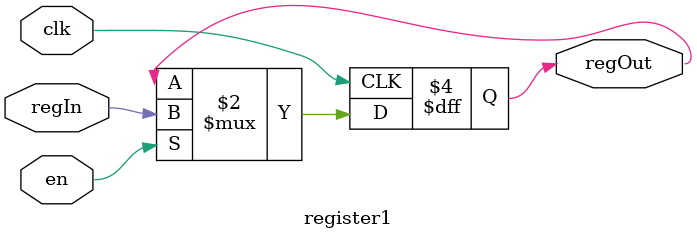
<source format=v>
module register1 (clk, regIn, regOut , en);
  input clk, en;
  input regIn;
  output reg regOut;
  always @ (posedge clk)  begin
  if(en)
    begin
    regOut <= regIn;
    end
  end
endmodule // register
</source>
